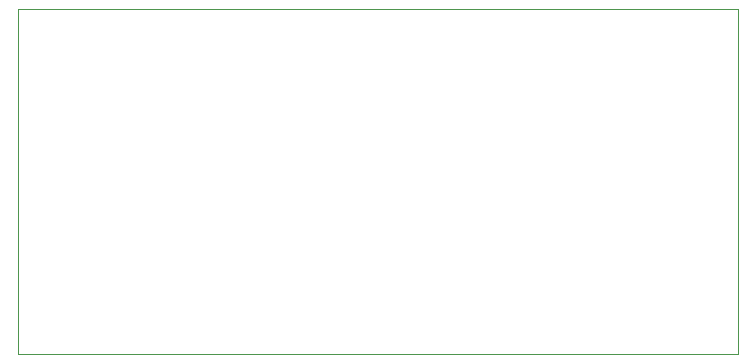
<source format=gbr>
%TF.GenerationSoftware,KiCad,Pcbnew,5.1.6-c6e7f7d~86~ubuntu18.04.1*%
%TF.CreationDate,2020-05-27T04:41:55+02:00*%
%TF.ProjectId,LED-display_x4,4c45442d-6469-4737-906c-61795f78342e,1.0*%
%TF.SameCoordinates,PX463f660PY525bfc0*%
%TF.FileFunction,Profile,NP*%
%FSLAX46Y46*%
G04 Gerber Fmt 4.6, Leading zero omitted, Abs format (unit mm)*
G04 Created by KiCad (PCBNEW 5.1.6-c6e7f7d~86~ubuntu18.04.1) date 2020-05-27 04:41:55*
%MOMM*%
%LPD*%
G01*
G04 APERTURE LIST*
%TA.AperFunction,Profile*%
%ADD10C,0.050000*%
%TD*%
G04 APERTURE END LIST*
D10*
X0Y0D02*
X0Y29210000D01*
X60960000Y0D02*
X0Y0D01*
X60960000Y29210000D02*
X60960000Y0D01*
X0Y29210000D02*
X60960000Y29210000D01*
M02*

</source>
